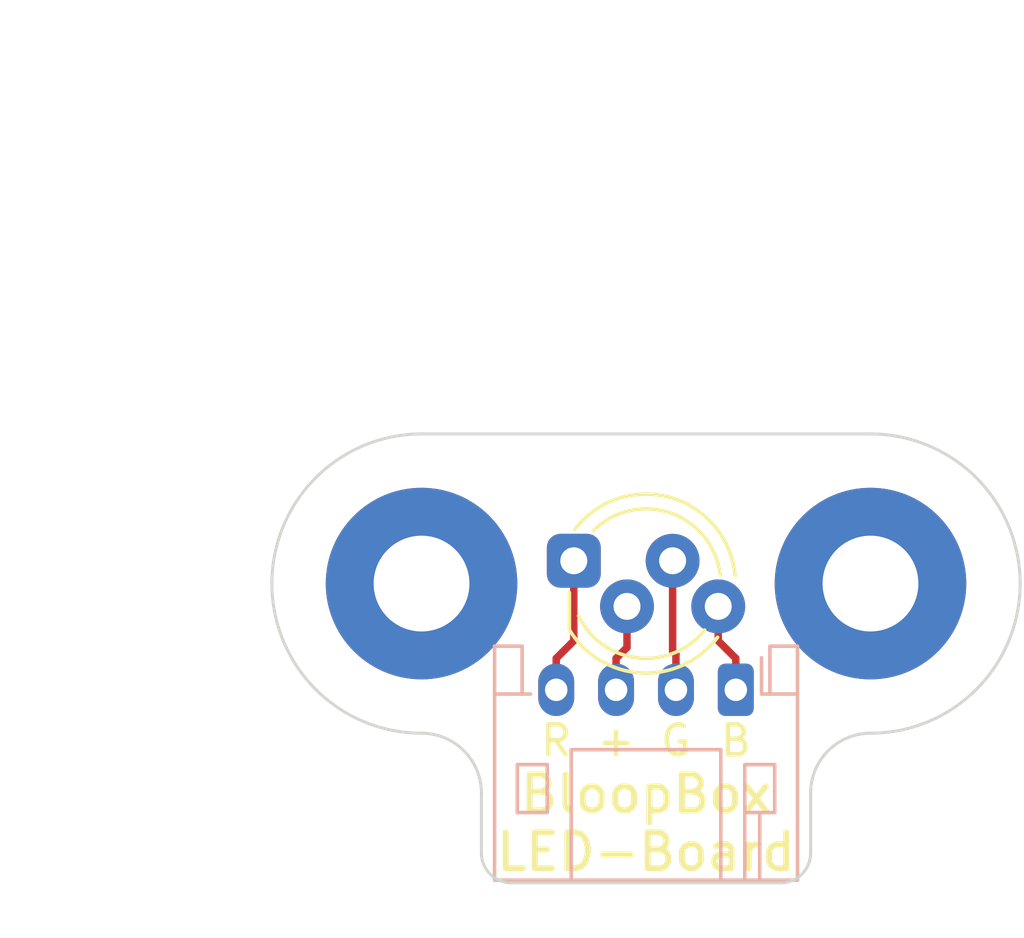
<source format=kicad_pcb>
(kicad_pcb (version 20211014) (generator pcbnew)
  (title_block (title "BloopBox LED-Board") (date "${DATE}") (rev "${VERSION}") (company "Qetesh"))
  (layers (0 "F.Cu" signal) (31 "B.Cu" signal) (34 "B.Paste" user) (35 "F.Paste" user) (36 "B.SilkS" user "B.Silkscreen") (37 "F.SilkS" user "F.Silkscreen") (38 "B.Mask" user) (39 "F.Mask" user) (44 "Edge.Cuts" user))
  (property "DATE" "~DATE~")
  (property "VERSION" "~VERSION~")
  (net 0 "")
  (net 1 "/R")
  (net 2 "/+5V")
  (net 3 "/G")
  (net 4 "/B")
  (footprint "MountingHole:MountingHole_3.2mm_M3_Pad" (layer "F.Cu") (at 157.5 100)
    (fp_text reference "H2" hide)
    (fp_text value "MountingHole")
    (pad "" thru_hole circle (at 0 0) (size 6.4 6.4) (drill 3.2) (layers *.Cu *.Mask))
  )
  (footprint "MountingHole:MountingHole_3.2mm_M3_Pad" (layer "F.Cu") (at 142.5 100)
    (fp_text reference "H1" hide)
    (fp_text value "MountingHole")
    (pad "" thru_hole circle (at 0 0) (size 6.4 6.4) (drill 3.2) (layers *.Cu *.Mask))
  )
  (footprint "LED_THT:LED_D5.0mm-4_RGB_Staggered_Pins" (layer "F.Cu") (at 150 100)
    (fp_text reference "D1" hide)
    (fp_text value "LED_RAGB")
    (fp_line (start -2.56 0.299188) (end -2.56 1.545) (layer "F.SilkS") (width 0.12))
    (fp_arc (start -1.752599 -1.777999) (mid 0.829766 -2.354649) (end 2.48009 -0.286421) (layer "F.SilkS") (width 0.12))
    (fp_arc (start -2.385 -1.8) (mid 0.825737 -2.871652) (end 2.976836 -0.258216) (layer "F.SilkS") (width 0.12))
    (fp_arc (start 1.959086 1.553056) (mid -0.278909 2.484393) (end -2.254684 1.08) (layer "F.SilkS") (width 0.12))
    (fp_arc (start 2.391334 1.794887) (mid -0.150812 2.986194) (end -2.56 1.54483) (layer "F.SilkS") (width 0.12))
    (pad "1" thru_hole roundrect (at -2.413 -0.762) (size 1.8 1.8) (drill 0.9) (layers *.Cu *.Mask) (net 1 "/R"))
    (pad "2" thru_hole circle (at -0.635 0.762) (size 1.8 1.8) (drill 0.9) (layers *.Cu *.Mask) (net 2 "/+5V"))
    (pad "3" thru_hole circle (at 0.889 -0.762) (size 1.8 1.8) (drill 0.9) (layers *.Cu *.Mask) (net 3 "/G"))
    (pad "4" thru_hole circle (at 2.413 0.762) (size 1.8 1.8) (drill 0.9) (layers *.Cu *.Mask) (net 4 "/B"))
  )
  (footprint "Connector_JST:JST_PH_S4B-PH-K_1x04_P2.00mm_Horizontal" (layer "B.Cu") (at 153 103.55 180)
    (fp_text reference "J1" hide)
    (fp_text value "Mainboard")
    (fp_line (start 6.3 -2.5) (end 7.3 -2.5) (layer "B.SilkS") (width 0.12))
    (fp_line (start -1.3 -2.5) (end -1.3 -4.1) (layer "B.SilkS") (width 0.12))
    (fp_line (start -0.3 -4.1) (end -0.3 -6.36) (layer "B.SilkS") (width 0.12))
    (fp_line (start -1.3 -4.1) (end -0.3 -4.1) (layer "B.SilkS") (width 0.12))
    (fp_line (start -0.3 -2.5) (end -1.3 -2.5) (layer "B.SilkS") (width 0.12))
    (fp_line (start -2.06 -0.14) (end -1.14 -0.14) (layer "B.SilkS") (width 0.12))
    (fp_line (start -1.14 -0.14) (end -1.14 1.46) (layer "B.SilkS") (width 0.12))
    (fp_line (start 7.3 -2.5) (end 7.3 -4.1) (layer "B.SilkS") (width 0.12))
    (fp_line (start 0.5 -6.36) (end 0.5 -2) (layer "B.SilkS") (width 0.12))
    (fp_line (start -2.06 1.46) (end -2.06 -6.36) (layer "B.SilkS") (width 0.12))
    (fp_line (start -0.3 -4.1) (end -0.3 -2.5) (layer "B.SilkS") (width 0.12))
    (fp_line (start -0.86 -0.14) (end -0.86 1.075) (layer "B.SilkS") (width 0.12))
    (fp_line (start 8.06 -0.14) (end 7.14 -0.14) (layer "B.SilkS") (width 0.12))
    (fp_line (start -2.06 -6.36) (end 8.06 -6.36) (layer "B.SilkS") (width 0.12))
    (fp_line (start 8.06 1.46) (end 7.14 1.46) (layer "B.SilkS") (width 0.12))
    (fp_line (start -0.86 -0.14) (end -1.14 -0.14) (layer "B.SilkS") (width 0.12))
    (fp_line (start 8.06 -6.36) (end 8.06 1.46) (layer "B.SilkS") (width 0.12))
    (fp_line (start -0.8 -4.1) (end -0.8 -6.36) (layer "B.SilkS") (width 0.12))
    (fp_line (start 7.14 -0.14) (end 6.86 -0.14) (layer "B.SilkS") (width 0.12))
    (fp_line (start -1.14 1.46) (end -2.06 1.46) (layer "B.SilkS") (width 0.12))
    (fp_line (start 7.14 1.46) (end 7.14 -0.14) (layer "B.SilkS") (width 0.12))
    (fp_line (start 0.5 -2) (end 5.5 -2) (layer "B.SilkS") (width 0.12))
    (fp_line (start 5.5 -2) (end 5.5 -6.36) (layer "B.SilkS") (width 0.12))
    (fp_line (start 7.3 -4.1) (end 6.3 -4.1) (layer "B.SilkS") (width 0.12))
    (fp_line (start 6.3 -4.1) (end 6.3 -2.5) (layer "B.SilkS") (width 0.12))
    (pad "1" thru_hole roundrect (at 0 0 180) (size 1.2 1.75) (drill 0.75) (layers *.Cu *.Mask) (roundrect_rratio 0.2083333333) (net 4 "/B"))
    (pad "2" thru_hole oval (at 2 0 180) (size 1.2 1.75) (drill 0.75) (layers *.Cu *.Mask) (net 3 "/G"))
    (pad "3" thru_hole oval (at 4 0 180) (size 1.2 1.75) (drill 0.75) (layers *.Cu *.Mask) (net 2 "/+5V"))
    (pad "4" thru_hole oval (at 6 0 180) (size 1.2 1.75) (drill 0.75) (layers *.Cu *.Mask) (net 1 "/R"))
  )
  (gr_arc (start 145.5 110) (mid 144.792893 109.707107) (end 144.5 109) (layer "Edge.Cuts") (width 0.1))
  (gr_arc (start 155.5 107) (mid 156.085786 105.585786) (end 157.5 105) (layer "Edge.Cuts") (width 0.1))
  (gr_arc (start 142.5 105) (mid 137.5 100) (end 142.5 95) (layer "Edge.Cuts") (width 0.1))
  (gr_arc (start 155.5 109) (mid 155.207107 109.707107) (end 154.5 110) (layer "Edge.Cuts") (width 0.1))
  (gr_line (start 145.5 110) (end 154.5 110) (layer "Edge.Cuts") (width 0.1))
  (gr_arc (start 142.5 105) (mid 143.914214 105.585786) (end 144.5 107) (layer "Edge.Cuts") (width 0.1))
  (gr_line (start 144.5 107) (end 144.5 109) (layer "Edge.Cuts") (width 0.1))
  (gr_line (start 155.5 109) (end 155.5 107) (layer "Edge.Cuts") (width 0.1))
  (gr_line (start 142.5 95) (end 157.5 95) (layer "Edge.Cuts") (width 0.1))
  (gr_arc (start 157.5 95) (mid 162.5 100) (end 157.5 105) (layer "Edge.Cuts") (width 0.1))
  (gr_text "B" (at 153 105.25) (layer "F.SilkS") (effects (font (size 1 1))))
  (gr_text "G" (at 151 105.25) (layer "F.SilkS") (effects (font (size 1 1))))
  (gr_text "BloopBox\nLED-Board" (at 150 108) (layer "F.SilkS") (effects (font (size 1.2 1.2) (thickness 0.2))))
  (gr_text "R" (at 147 105.25) (layer "F.SilkS") (effects (font (size 1 1))))
  (gr_text "+" (at 149 105.25) (layer "F.SilkS") (effects (font (size 1 1))))
  (segment (start 147 103.55) (end 147 102.5) (width 0.25) (layer "F.Cu") (net 1))
  (segment (start 147 102.5) (end 147.587 101.913) (width 0.25) (layer "F.Cu") (net 1))
  (segment (start 147.587 101.913) (end 147.587 99.238) (width 0.25) (layer "F.Cu") (net 1))
  (segment (start 149.365 102.135) (end 149.365 100.762) (width 0.25) (layer "F.Cu") (net 2))
  (segment (start 149 103.55) (end 149 102.5) (width 0.25) (layer "F.Cu") (net 2))
  (segment (start 149 102.5) (end 149.365 102.135) (width 0.25) (layer "F.Cu") (net 2))
  (segment (start 151 102.361) (end 150.889 102.25) (width 0.25) (layer "F.Cu") (net 3))
  (segment (start 150.889 99.238) (end 150.889 102.25) (width 0.25) (layer "F.Cu") (net 3))
  (segment (start 151 103.55) (end 151 102.361) (width 0.25) (layer "F.Cu") (net 3))
  (segment (start 153 103.55) (end 153 102.5) (width 0.25) (layer "F.Cu") (net 4))
  (segment (start 153 102.5) (end 152.413 101.913) (width 0.25) (layer "F.Cu") (net 4))
  (segment (start 152.413 101.913) (end 152.413 100.762) (width 0.25) (layer "F.Cu") (net 4))
)
</source>
